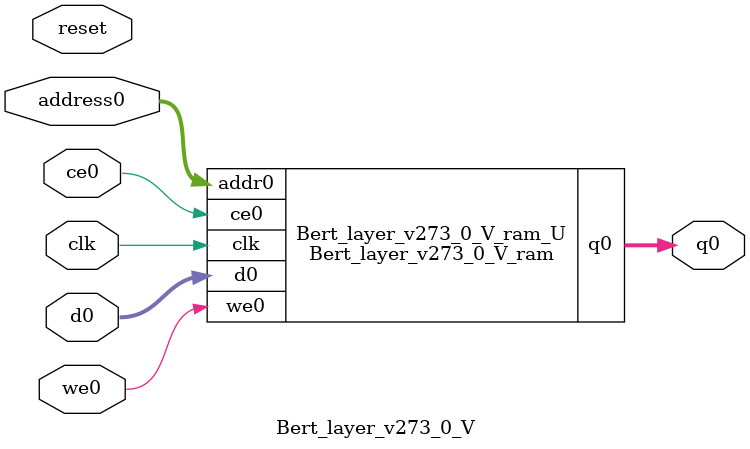
<source format=v>
`timescale 1 ns / 1 ps
module Bert_layer_v273_0_V_ram (addr0, ce0, d0, we0, q0,  clk);

parameter DWIDTH = 24;
parameter AWIDTH = 12;
parameter MEM_SIZE = 3072;

input[AWIDTH-1:0] addr0;
input ce0;
input[DWIDTH-1:0] d0;
input we0;
output reg[DWIDTH-1:0] q0;
input clk;

(* ram_style = "block" *)reg [DWIDTH-1:0] ram[0:MEM_SIZE-1];




always @(posedge clk)  
begin 
    if (ce0) begin
        if (we0) 
            ram[addr0] <= d0; 
        q0 <= ram[addr0];
    end
end


endmodule

`timescale 1 ns / 1 ps
module Bert_layer_v273_0_V(
    reset,
    clk,
    address0,
    ce0,
    we0,
    d0,
    q0);

parameter DataWidth = 32'd24;
parameter AddressRange = 32'd3072;
parameter AddressWidth = 32'd12;
input reset;
input clk;
input[AddressWidth - 1:0] address0;
input ce0;
input we0;
input[DataWidth - 1:0] d0;
output[DataWidth - 1:0] q0;



Bert_layer_v273_0_V_ram Bert_layer_v273_0_V_ram_U(
    .clk( clk ),
    .addr0( address0 ),
    .ce0( ce0 ),
    .we0( we0 ),
    .d0( d0 ),
    .q0( q0 ));

endmodule


</source>
